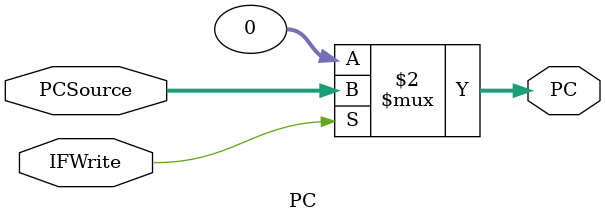
<source format=v>
module PC(IFWrite, PCSource, PC);
	input IFWrite;
	input [31:0]PCSource;
	output [31:0]PC;
	assign PC = (IFWrite == 1) ? PCSource : 32'b0;
endmodule
</source>
